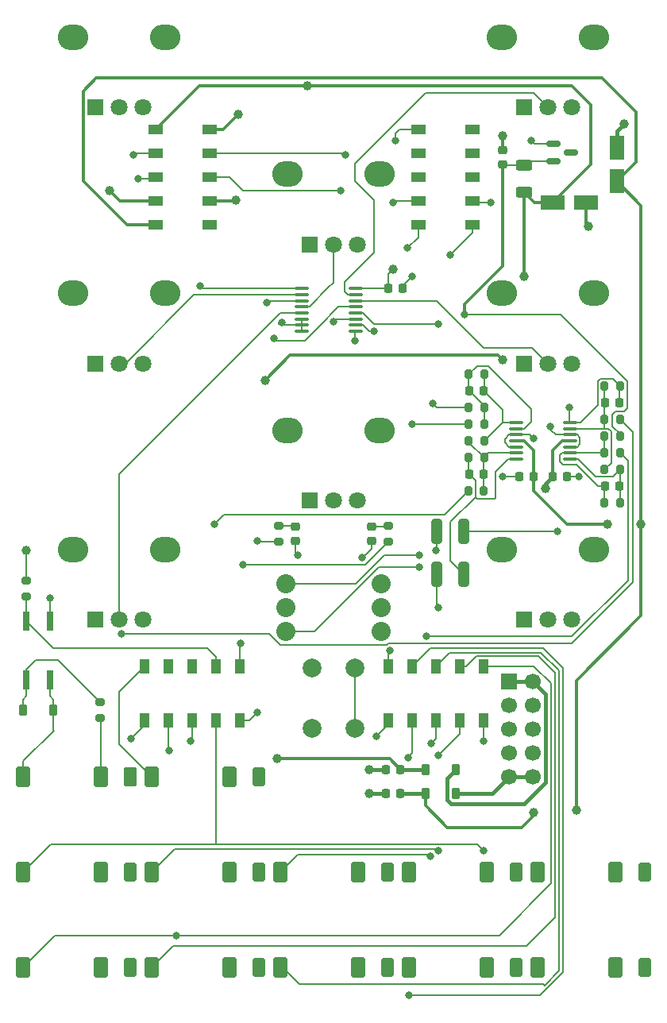
<source format=gbr>
%TF.GenerationSoftware,KiCad,Pcbnew,9.0.0*%
%TF.CreationDate,2025-03-18T19:24:18-04:00*%
%TF.ProjectId,200_Plattform,3230305f-506c-4617-9474-666f726d2e6b,A1*%
%TF.SameCoordinates,Original*%
%TF.FileFunction,Copper,L1,Top*%
%TF.FilePolarity,Positive*%
%FSLAX45Y45*%
G04 Gerber Fmt 4.5, Leading zero omitted, Abs format (unit mm)*
G04 Created by KiCad (PCBNEW 9.0.0) date 2025-03-18 19:24:18*
%MOMM*%
%LPD*%
G01*
G04 APERTURE LIST*
G04 Aperture macros list*
%AMRoundRect*
0 Rectangle with rounded corners*
0 $1 Rounding radius*
0 $2 $3 $4 $5 $6 $7 $8 $9 X,Y pos of 4 corners*
0 Add a 4 corners polygon primitive as box body*
4,1,4,$2,$3,$4,$5,$6,$7,$8,$9,$2,$3,0*
0 Add four circle primitives for the rounded corners*
1,1,$1+$1,$2,$3*
1,1,$1+$1,$4,$5*
1,1,$1+$1,$6,$7*
1,1,$1+$1,$8,$9*
0 Add four rect primitives between the rounded corners*
20,1,$1+$1,$2,$3,$4,$5,0*
20,1,$1+$1,$4,$5,$6,$7,0*
20,1,$1+$1,$6,$7,$8,$9,0*
20,1,$1+$1,$8,$9,$2,$3,0*%
G04 Aperture macros list end*
%TA.AperFunction,SMDPad,CuDef*%
%ADD10RoundRect,0.225000X-0.225000X-0.250000X0.225000X-0.250000X0.225000X0.250000X-0.225000X0.250000X0*%
%TD*%
%TA.AperFunction,SMDPad,CuDef*%
%ADD11RoundRect,0.200000X0.200000X0.275000X-0.200000X0.275000X-0.200000X-0.275000X0.200000X-0.275000X0*%
%TD*%
%TA.AperFunction,ComponentPad*%
%ADD12O,3.240000X2.720000*%
%TD*%
%TA.AperFunction,ComponentPad*%
%ADD13R,1.800000X1.800000*%
%TD*%
%TA.AperFunction,ComponentPad*%
%ADD14C,1.800000*%
%TD*%
%TA.AperFunction,SMDPad,CuDef*%
%ADD15RoundRect,0.200000X-0.200000X-0.275000X0.200000X-0.275000X0.200000X0.275000X-0.200000X0.275000X0*%
%TD*%
%TA.AperFunction,ComponentPad*%
%ADD16RoundRect,0.269231X0.430769X-0.730769X0.430769X0.730769X-0.430769X0.730769X-0.430769X-0.730769X0*%
%TD*%
%TA.AperFunction,ComponentPad*%
%ADD17RoundRect,0.176056X0.573944X-0.923944X0.573944X0.923944X-0.573944X0.923944X-0.573944X-0.923944X0*%
%TD*%
%TA.AperFunction,SMDPad,CuDef*%
%ADD18R,1.500000X1.000000*%
%TD*%
%TA.AperFunction,SMDPad,CuDef*%
%ADD19RoundRect,0.225000X0.225000X0.375000X-0.225000X0.375000X-0.225000X-0.375000X0.225000X-0.375000X0*%
%TD*%
%TA.AperFunction,SMDPad,CuDef*%
%ADD20RoundRect,0.225000X0.225000X0.250000X-0.225000X0.250000X-0.225000X-0.250000X0.225000X-0.250000X0*%
%TD*%
%TA.AperFunction,SMDPad,CuDef*%
%ADD21RoundRect,0.250000X0.312500X1.075000X-0.312500X1.075000X-0.312500X-1.075000X0.312500X-1.075000X0*%
%TD*%
%TA.AperFunction,SMDPad,CuDef*%
%ADD22RoundRect,0.150000X-0.587500X-0.150000X0.587500X-0.150000X0.587500X0.150000X-0.587500X0.150000X0*%
%TD*%
%TA.AperFunction,ComponentPad*%
%ADD23C,2.000000*%
%TD*%
%TA.AperFunction,SMDPad,CuDef*%
%ADD24R,1.000000X1.500000*%
%TD*%
%TA.AperFunction,SMDPad,CuDef*%
%ADD25RoundRect,0.218750X0.256250X-0.218750X0.256250X0.218750X-0.256250X0.218750X-0.256250X-0.218750X0*%
%TD*%
%TA.AperFunction,ComponentPad*%
%ADD26C,2.032000*%
%TD*%
%TA.AperFunction,SMDPad,CuDef*%
%ADD27RoundRect,0.225000X-0.225000X-0.375000X0.225000X-0.375000X0.225000X0.375000X-0.225000X0.375000X0*%
%TD*%
%TA.AperFunction,SMDPad,CuDef*%
%ADD28RoundRect,0.225000X0.250000X-0.225000X0.250000X0.225000X-0.250000X0.225000X-0.250000X-0.225000X0*%
%TD*%
%TA.AperFunction,SMDPad,CuDef*%
%ADD29R,0.640000X2.000000*%
%TD*%
%TA.AperFunction,ComponentPad*%
%ADD30RoundRect,0.191257X0.508743X-0.808743X0.508743X0.808743X-0.508743X0.808743X-0.508743X-0.808743X0*%
%TD*%
%TA.AperFunction,SMDPad,CuDef*%
%ADD31RoundRect,0.200000X-0.275000X0.200000X-0.275000X-0.200000X0.275000X-0.200000X0.275000X0.200000X0*%
%TD*%
%TA.AperFunction,SMDPad,CuDef*%
%ADD32RoundRect,0.250000X0.550000X-1.050000X0.550000X1.050000X-0.550000X1.050000X-0.550000X-1.050000X0*%
%TD*%
%TA.AperFunction,SMDPad,CuDef*%
%ADD33RoundRect,0.250000X1.050000X0.550000X-1.050000X0.550000X-1.050000X-0.550000X1.050000X-0.550000X0*%
%TD*%
%TA.AperFunction,SMDPad,CuDef*%
%ADD34RoundRect,0.100000X-0.637500X-0.100000X0.637500X-0.100000X0.637500X0.100000X-0.637500X0.100000X0*%
%TD*%
%TA.AperFunction,SMDPad,CuDef*%
%ADD35RoundRect,0.200000X0.275000X-0.200000X0.275000X0.200000X-0.275000X0.200000X-0.275000X-0.200000X0*%
%TD*%
%TA.AperFunction,SMDPad,CuDef*%
%ADD36RoundRect,0.250000X-0.625000X0.312500X-0.625000X-0.312500X0.625000X-0.312500X0.625000X0.312500X0*%
%TD*%
%TA.AperFunction,ComponentPad*%
%ADD37R,1.700000X1.700000*%
%TD*%
%TA.AperFunction,ComponentPad*%
%ADD38C,1.700000*%
%TD*%
%TA.AperFunction,ViaPad*%
%ADD39C,0.800000*%
%TD*%
%TA.AperFunction,ViaPad*%
%ADD40C,1.000000*%
%TD*%
%TA.AperFunction,Conductor*%
%ADD41C,0.200000*%
%TD*%
%TA.AperFunction,Conductor*%
%ADD42C,0.400000*%
%TD*%
%TA.AperFunction,Conductor*%
%ADD43C,0.203200*%
%TD*%
%TA.AperFunction,Conductor*%
%ADD44C,0.300000*%
%TD*%
G04 APERTURE END LIST*
D10*
%TO.P,C4,1*%
%TO.N,Net-(U2D--)*%
X10742900Y-7899400D03*
%TO.P,C4,2*%
%TO.N,analog_out_2*%
X10897900Y-7899400D03*
%TD*%
D11*
%TO.P,R11,1*%
%TO.N,-5V*%
X10902900Y-8255000D03*
%TO.P,R11,2*%
%TO.N,Net-(U2C--)*%
X10737900Y-8255000D03*
%TD*%
%TO.P,R14,1*%
%TO.N,Net-(C3-Pad2)*%
X10902900Y-8610600D03*
%TO.P,R14,2*%
%TO.N,Net-(U2D--)*%
X10737900Y-8610600D03*
%TD*%
D12*
%TO.P,RV5,*%
%TO.N,*%
X7358600Y-8190800D03*
X8338600Y-8190800D03*
D13*
%TO.P,RV5,1,1*%
%TO.N,GND*%
X7598600Y-8940800D03*
D14*
%TO.P,RV5,2,2*%
%TO.N,pot_5*%
X7848600Y-8940800D03*
%TO.P,RV5,3,3*%
%TO.N,+3.3V*%
X8098600Y-8940800D03*
%TD*%
D15*
%TO.P,R7,1*%
%TO.N,Net-(U2A--)*%
X9290100Y-7594600D03*
%TO.P,R7,2*%
%TO.N,Net-(C1-Pad2)*%
X9455100Y-7594600D03*
%TD*%
D16*
%TO.P,J7,S*%
%TO.N,GND*%
X8420100Y-13919200D03*
D17*
%TO.P,J7,T*%
%TO.N,in_7*%
X7280100Y-13919200D03*
%TO.P,J7,TN*%
%TO.N,unconnected-(J7-PadTN)*%
X8110100Y-13919200D03*
%TD*%
D18*
%TO.P,J13,1,X1*%
%TO.N,-12V*%
X5950800Y-4990200D03*
%TO.P,J13,2,X2*%
%TO.N,POT_MUX_ADC_X*%
X5950800Y-5244200D03*
%TO.P,J13,3,X3*%
%TO.N,POT_MUX_ADC_Y*%
X5950800Y-5498200D03*
%TO.P,J13,4,X4*%
%TO.N,GND*%
X5950800Y-5752200D03*
%TO.P,J13,5,X5*%
%TO.N,+12V*%
X5950800Y-6006200D03*
%TO.P,J13,6,X6*%
%TO.N,unconnected-(J13-X6-Pad6)*%
X6530800Y-6006200D03*
%TO.P,J13,7,X7*%
%TO.N,GND*%
X6530800Y-5752200D03*
%TO.P,J13,8,X8*%
%TO.N,POT_MUX_B*%
X6530800Y-5498200D03*
%TO.P,J13,9,X9*%
%TO.N,POT_MUX_A*%
X6530800Y-5244200D03*
%TO.P,J13,10,X10*%
%TO.N,+3.3V*%
X6530800Y-4990200D03*
%TD*%
D15*
%TO.P,R12,1*%
%TO.N,Net-(U2C--)*%
X10737900Y-8432800D03*
%TO.P,R12,2*%
%TO.N,CV_OUT_2*%
X10902900Y-8432800D03*
%TD*%
D16*
%TO.P,J3,S*%
%TO.N,GND*%
X8420100Y-12903200D03*
D17*
%TO.P,J3,T*%
%TO.N,in_3*%
X7280100Y-12903200D03*
%TO.P,J3,TN*%
%TO.N,unconnected-(J3-PadTN)*%
X8110100Y-12903200D03*
%TD*%
D16*
%TO.P,J8,S*%
%TO.N,GND*%
X9791700Y-13919200D03*
D17*
%TO.P,J8,T*%
%TO.N,in_8*%
X8651700Y-13919200D03*
%TO.P,J8,TN*%
%TO.N,unconnected-(J8-PadTN)*%
X9481700Y-13919200D03*
%TD*%
D19*
%TO.P,D5,1,K*%
%TO.N,Net-(D5-K)*%
X9156600Y-11811000D03*
%TO.P,D5,2,A*%
%TO.N,-12V*%
X8826600Y-11811000D03*
%TD*%
D20*
%TO.P,C9,1*%
%TO.N,+12V*%
X8561100Y-12065000D03*
%TO.P,C9,2*%
%TO.N,GND*%
X8406100Y-12065000D03*
%TD*%
D21*
%TO.P,R3,1*%
%TO.N,analog_out_1*%
X9239450Y-9728200D03*
%TO.P,R3,2*%
%TO.N,Net-(J11-PadT)*%
X8946950Y-9728200D03*
%TD*%
D20*
%TO.P,C6,1*%
%TO.N,GND*%
X10339100Y-8686800D03*
%TO.P,C6,2*%
%TO.N,-12V*%
X10184100Y-8686800D03*
%TD*%
D12*
%TO.P,RV8,*%
%TO.N,*%
X9644600Y-9460800D03*
X10624600Y-9460800D03*
D13*
%TO.P,RV8,1,1*%
%TO.N,GND*%
X9884600Y-10210800D03*
D14*
%TO.P,RV8,2,2*%
%TO.N,pot_8*%
X10134600Y-10210800D03*
%TO.P,RV8,3,3*%
%TO.N,+3.3V*%
X10384600Y-10210800D03*
%TD*%
D22*
%TO.P,U3,1,K*%
%TO.N,GND*%
X10193250Y-5137400D03*
%TO.P,U3,2,A*%
%TO.N,-5V*%
X10193250Y-5327400D03*
%TO.P,U3,3,NC*%
%TO.N,unconnected-(U3-NC-Pad3)*%
X10380750Y-5232400D03*
%TD*%
D23*
%TO.P,SW1,1,1*%
%TO.N,GND*%
X7623600Y-11374000D03*
%TO.P,SW1,2,2*%
X7623600Y-10724000D03*
%TO.P,SW1,3,K*%
%TO.N,TACTILE_SW*%
X8073600Y-11374000D03*
%TO.P,SW1,4,A*%
X8073600Y-10724000D03*
%TD*%
D24*
%TO.P,J15,1,X1*%
%TO.N,CV_OUT_2*%
X8432800Y-11288200D03*
%TO.P,J15,2,X2*%
%TO.N,in_4*%
X8686800Y-11288200D03*
%TO.P,J15,3,X3*%
%TO.N,in_3*%
X8940800Y-11288200D03*
%TO.P,J15,4,X4*%
%TO.N,in_2*%
X9194800Y-11288200D03*
%TO.P,J15,5,X5*%
%TO.N,in_1*%
X9448800Y-11288200D03*
%TO.P,J15,6,X6*%
%TO.N,in_5*%
X9448800Y-10708200D03*
%TO.P,J15,7,X7*%
%TO.N,in_6*%
X9194800Y-10708200D03*
%TO.P,J15,8,X8*%
%TO.N,in_7*%
X8940800Y-10708200D03*
%TO.P,J15,9,X9*%
%TO.N,in_8*%
X8686800Y-10708200D03*
%TO.P,J15,10,X10*%
%TO.N,CV_OUT_1*%
X8432800Y-10708200D03*
%TD*%
D25*
%TO.P,D3,1,K*%
%TO.N,GND*%
X8255000Y-9375150D03*
%TO.P,D3,2,A*%
%TO.N,Net-(D3-A)*%
X8255000Y-9217650D03*
%TD*%
D26*
%TO.P,SW3,1,A*%
%TO.N,TOGGLE2_1*%
X8356600Y-9829800D03*
%TO.P,SW3,2,B*%
%TO.N,GND*%
X8356600Y-10083800D03*
%TO.P,SW3,3,C*%
%TO.N,TOGGLE2_3*%
X8356600Y-10337800D03*
%TD*%
D11*
%TO.P,R8,1*%
%TO.N,Net-(C1-Pad2)*%
X9455100Y-8305800D03*
%TO.P,R8,2*%
%TO.N,Net-(U2B--)*%
X9290100Y-8305800D03*
%TD*%
D12*
%TO.P,RV1,*%
%TO.N,*%
X5072600Y-3999800D03*
X6052600Y-3999800D03*
D13*
%TO.P,RV1,1,1*%
%TO.N,GND*%
X5312600Y-4749800D03*
D14*
%TO.P,RV1,2,2*%
%TO.N,pot_1*%
X5562600Y-4749800D03*
%TO.P,RV1,3,3*%
%TO.N,+3.3V*%
X5812600Y-4749800D03*
%TD*%
D16*
%TO.P,J5,S*%
%TO.N,GND*%
X5676900Y-13919200D03*
D17*
%TO.P,J5,T*%
%TO.N,in_5*%
X4536900Y-13919200D03*
%TO.P,J5,TN*%
%TO.N,unconnected-(J5-PadTN)*%
X5366900Y-13919200D03*
%TD*%
D20*
%TO.P,C2,1*%
%TO.N,Net-(U2B--)*%
X9450100Y-8661400D03*
%TO.P,C2,2*%
%TO.N,analog_out_1*%
X9295100Y-8661400D03*
%TD*%
D27*
%TO.P,D4,1,K*%
%TO.N,+12V*%
X8826600Y-12065000D03*
%TO.P,D4,2,A*%
%TO.N,Net-(D4-A)*%
X9156600Y-12065000D03*
%TD*%
D11*
%TO.P,R10,1*%
%TO.N,Net-(U2B--)*%
X9455100Y-8483600D03*
%TO.P,R10,2*%
%TO.N,analog_out_1*%
X9290100Y-8483600D03*
%TD*%
D28*
%TO.P,C11,1*%
%TO.N,-5V*%
X9652000Y-5362000D03*
%TO.P,C11,2*%
%TO.N,GND*%
X9652000Y-5207000D03*
%TD*%
D29*
%TO.P,U1,1*%
%TO.N,Net-(D1-K)*%
X4572000Y-10856000D03*
%TO.P,U1,2*%
%TO.N,/Jacks/MIDI_SINK*%
X4826000Y-10856000D03*
%TO.P,U1,3*%
%TO.N,GND*%
X4826000Y-10226000D03*
%TO.P,U1,4*%
%TO.N,MIDI_UART_RX*%
X4572000Y-10226000D03*
%TD*%
D16*
%TO.P,J9,S*%
%TO.N,GND*%
X7048497Y-11887200D03*
D17*
%TO.P,J9,T*%
%TO.N,GATE_IN*%
X5908497Y-11887200D03*
%TO.P,J9,TN*%
%TO.N,unconnected-(J9-PadTN)*%
X6738497Y-11887200D03*
%TD*%
D15*
%TO.P,R5,1*%
%TO.N,-5V*%
X9290100Y-7950200D03*
%TO.P,R5,2*%
%TO.N,Net-(U2A--)*%
X9455100Y-7950200D03*
%TD*%
D17*
%TO.P,J10,R*%
%TO.N,/Jacks/MIDI_SOURCE*%
X5366900Y-11887200D03*
D30*
%TO.P,J10,S*%
%TO.N,unconnected-(J10-PadS)*%
X5676900Y-11887200D03*
D17*
%TO.P,J10,T*%
%TO.N,/Jacks/MIDI_SINK*%
X4536900Y-11887200D03*
%TD*%
D15*
%TO.P,R16,1*%
%TO.N,Net-(U2D--)*%
X10737900Y-7721600D03*
%TO.P,R16,2*%
%TO.N,analog_out_2*%
X10902900Y-7721600D03*
%TD*%
D18*
%TO.P,J16,1,X1*%
%TO.N,TACTILE_SW*%
X8750800Y-4990200D03*
%TO.P,J16,2,X2*%
%TO.N,unconnected-(J16-X2-Pad2)*%
X8750800Y-5244200D03*
%TO.P,J16,3,X3*%
%TO.N,unconnected-(J16-X3-Pad3)*%
X8750800Y-5498200D03*
%TO.P,J16,4,X4*%
%TO.N,TOGGLE2_1*%
X8750800Y-5752200D03*
%TO.P,J16,5,X5*%
%TO.N,TOGGLE2_3*%
X8750800Y-6006200D03*
%TO.P,J16,6,X6*%
%TO.N,TOGGLE1_1*%
X9330800Y-6006200D03*
%TO.P,J16,7,X7*%
%TO.N,TOGGLE1_3*%
X9330800Y-5752200D03*
%TO.P,J16,8,X8*%
%TO.N,unconnected-(J16-X8-Pad8)*%
X9330800Y-5498200D03*
%TO.P,J16,9,X9*%
%TO.N,unconnected-(J16-X9-Pad9)*%
X9330800Y-5244200D03*
%TO.P,J16,10,X10*%
%TO.N,unconnected-(J16-X10-Pad10)*%
X9330800Y-4990200D03*
%TD*%
D10*
%TO.P,C10,1*%
%TO.N,GND*%
X8407400Y-11811000D03*
%TO.P,C10,2*%
%TO.N,-12V*%
X8562400Y-11811000D03*
%TD*%
D15*
%TO.P,R13,1*%
%TO.N,Net-(U2C--)*%
X10737900Y-8966200D03*
%TO.P,R13,2*%
%TO.N,Net-(C3-Pad2)*%
X10902900Y-8966200D03*
%TD*%
D11*
%TO.P,R15,1*%
%TO.N,AUDIO_RIGHT*%
X10902900Y-8077200D03*
%TO.P,R15,2*%
%TO.N,Net-(U2D--)*%
X10737900Y-8077200D03*
%TD*%
D31*
%TO.P,R17,1*%
%TO.N,Net-(D2-A)*%
X7264400Y-9213900D03*
%TO.P,R17,2*%
%TO.N,LED_LEFT*%
X7264400Y-9378900D03*
%TD*%
D21*
%TO.P,R4,1*%
%TO.N,analog_out_2*%
X9239450Y-9271000D03*
%TO.P,R4,2*%
%TO.N,Net-(J12-PadT)*%
X8946950Y-9271000D03*
%TD*%
D32*
%TO.P,C7,1*%
%TO.N,+12V*%
X10871200Y-5539400D03*
%TO.P,C7,2*%
%TO.N,GND*%
X10871200Y-5179400D03*
%TD*%
D16*
%TO.P,J1,S*%
%TO.N,GND*%
X5676900Y-12903200D03*
D17*
%TO.P,J1,T*%
%TO.N,in_1*%
X4536900Y-12903200D03*
%TO.P,J1,TN*%
%TO.N,unconnected-(J1-PadTN)*%
X5366900Y-12903200D03*
%TD*%
D12*
%TO.P,RV6,*%
%TO.N,*%
X9644600Y-3999800D03*
X10624600Y-3999800D03*
D13*
%TO.P,RV6,1,1*%
%TO.N,GND*%
X9884600Y-4749800D03*
D14*
%TO.P,RV6,2,2*%
%TO.N,pot_6*%
X10134600Y-4749800D03*
%TO.P,RV6,3,3*%
%TO.N,+3.3V*%
X10384600Y-4749800D03*
%TD*%
D33*
%TO.P,C8,1*%
%TO.N,GND*%
X10543200Y-5765800D03*
%TO.P,C8,2*%
%TO.N,-12V*%
X10183200Y-5765800D03*
%TD*%
D16*
%TO.P,J6,S*%
%TO.N,GND*%
X7048500Y-13919200D03*
D17*
%TO.P,J6,T*%
%TO.N,in_6*%
X5908500Y-13919200D03*
%TO.P,J6,TN*%
%TO.N,unconnected-(J6-PadTN)*%
X6738500Y-13919200D03*
%TD*%
D34*
%TO.P,U4,1,Y0*%
%TO.N,pot_1*%
X7511550Y-6681300D03*
%TO.P,U4,2,Y2*%
%TO.N,pot_2*%
X7511550Y-6746300D03*
%TO.P,U4,3,Y*%
%TO.N,POT_MUX_ADC_Y*%
X7511550Y-6811300D03*
%TO.P,U4,4,Y3*%
%TO.N,pot_4*%
X7511550Y-6876300D03*
%TO.P,U4,5,Y1*%
%TO.N,pot_3*%
X7511550Y-6941300D03*
%TO.P,U4,6,INH*%
%TO.N,GND*%
X7511550Y-7006300D03*
%TO.P,U4,7,VEE*%
X7511550Y-7071300D03*
%TO.P,U4,8,VSS*%
X7511550Y-7136300D03*
%TO.P,U4,9,B*%
%TO.N,POT_MUX_B*%
X8084050Y-7136300D03*
%TO.P,U4,10,A*%
%TO.N,POT_MUX_A*%
X8084050Y-7071300D03*
%TO.P,U4,11,X3*%
%TO.N,pot_5*%
X8084050Y-7006300D03*
%TO.P,U4,12,X0*%
%TO.N,pot_8*%
X8084050Y-6941300D03*
%TO.P,U4,13,X*%
%TO.N,POT_MUX_ADC_X*%
X8084050Y-6876300D03*
%TO.P,U4,14,X1*%
%TO.N,pot_7*%
X8084050Y-6811300D03*
%TO.P,U4,15,X2*%
%TO.N,pot_6*%
X8084050Y-6746300D03*
%TO.P,U4,16,VDD*%
%TO.N,+3.3V*%
X8084050Y-6681300D03*
%TD*%
D11*
%TO.P,R6,1*%
%TO.N,Net-(U2A--)*%
X9455100Y-8128000D03*
%TO.P,R6,2*%
%TO.N,CV_OUT_1*%
X9290100Y-8128000D03*
%TD*%
D10*
%TO.P,C1,1*%
%TO.N,Net-(U2A--)*%
X9295100Y-7772400D03*
%TO.P,C1,2*%
%TO.N,Net-(C1-Pad2)*%
X9450100Y-7772400D03*
%TD*%
%TO.P,C3,1*%
%TO.N,Net-(U2C--)*%
X10742900Y-8788400D03*
%TO.P,C3,2*%
%TO.N,Net-(C3-Pad2)*%
X10897900Y-8788400D03*
%TD*%
D12*
%TO.P,RV3,*%
%TO.N,*%
X5072600Y-9460800D03*
X6052600Y-9460800D03*
D13*
%TO.P,RV3,1,1*%
%TO.N,GND*%
X5312600Y-10210800D03*
D14*
%TO.P,RV3,2,2*%
%TO.N,pot_3*%
X5562600Y-10210800D03*
%TO.P,RV3,3,3*%
%TO.N,+3.3V*%
X5812600Y-10210800D03*
%TD*%
D24*
%TO.P,J14,1,X1*%
%TO.N,AUDIO_RIGHT*%
X5832800Y-11288200D03*
%TO.P,J14,2,X2*%
%TO.N,AUDIO_LEFT*%
X6086800Y-11288200D03*
%TO.P,J14,3,X3*%
%TO.N,in_5*%
X6340800Y-11288200D03*
%TO.P,J14,4,X4*%
%TO.N,in_1*%
X6594800Y-11288200D03*
%TO.P,J14,5,X5*%
%TO.N,LED_LEFT*%
X6848800Y-11288200D03*
%TO.P,J14,6,X6*%
%TO.N,LED_RIGHT*%
X6848800Y-10708200D03*
%TO.P,J14,7,X7*%
%TO.N,MIDI_UART_RX*%
X6594800Y-10708200D03*
%TO.P,J14,8,X8*%
%TO.N,unconnected-(J14-X8-Pad8)*%
X6340800Y-10708200D03*
%TO.P,J14,9,X9*%
%TO.N,unconnected-(J14-X9-Pad9)*%
X6086800Y-10708200D03*
%TO.P,J14,10,X10*%
%TO.N,GATE_IN*%
X5832800Y-10708200D03*
%TD*%
D16*
%TO.P,J12,S*%
%TO.N,GND*%
X11163300Y-13919200D03*
D17*
%TO.P,J12,T*%
%TO.N,Net-(J12-PadT)*%
X10023300Y-13919200D03*
%TO.P,J12,TN*%
%TO.N,unconnected-(J12-PadTN)*%
X10853300Y-13919200D03*
%TD*%
D31*
%TO.P,R18,1*%
%TO.N,Net-(D3-A)*%
X8432800Y-9213900D03*
%TO.P,R18,2*%
%TO.N,LED_RIGHT*%
X8432800Y-9378900D03*
%TD*%
D26*
%TO.P,SW2,1,A*%
%TO.N,TOGGLE1_1*%
X7340600Y-9829800D03*
%TO.P,SW2,2,B*%
%TO.N,GND*%
X7340600Y-10083800D03*
%TO.P,SW2,3,C*%
%TO.N,TOGGLE1_3*%
X7340600Y-10337800D03*
%TD*%
D35*
%TO.P,R2,1*%
%TO.N,MIDI_UART_RX*%
X4572000Y-9963100D03*
%TO.P,R2,2*%
%TO.N,+3.3V*%
X4572000Y-9798100D03*
%TD*%
D12*
%TO.P,RV4,*%
%TO.N,*%
X7358600Y-5460300D03*
X8338600Y-5460300D03*
D13*
%TO.P,RV4,1,1*%
%TO.N,GND*%
X7598600Y-6210300D03*
D14*
%TO.P,RV4,2,2*%
%TO.N,pot_4*%
X7848600Y-6210300D03*
%TO.P,RV4,3,3*%
%TO.N,+3.3V*%
X8098600Y-6210300D03*
%TD*%
D34*
%TO.P,U2,1*%
%TO.N,Net-(C1-Pad2)*%
X9797550Y-8110800D03*
%TO.P,U2,2,-*%
%TO.N,Net-(U2A--)*%
X9797550Y-8175800D03*
%TO.P,U2,3,+*%
%TO.N,GND*%
X9797550Y-8240800D03*
%TO.P,U2,4,V+*%
%TO.N,+12V*%
X9797550Y-8305800D03*
%TO.P,U2,5,+*%
%TO.N,GND*%
X9797550Y-8370800D03*
%TO.P,U2,6,-*%
%TO.N,Net-(U2B--)*%
X9797550Y-8435800D03*
%TO.P,U2,7*%
%TO.N,analog_out_1*%
X9797550Y-8500800D03*
%TO.P,U2,8*%
%TO.N,Net-(C3-Pad2)*%
X10370050Y-8500800D03*
%TO.P,U2,9,-*%
%TO.N,Net-(U2C--)*%
X10370050Y-8435800D03*
%TO.P,U2,10,+*%
%TO.N,GND*%
X10370050Y-8370800D03*
%TO.P,U2,11,V-*%
%TO.N,-12V*%
X10370050Y-8305800D03*
%TO.P,U2,12,+*%
%TO.N,GND*%
X10370050Y-8240800D03*
%TO.P,U2,13,-*%
%TO.N,Net-(U2D--)*%
X10370050Y-8175800D03*
%TO.P,U2,14*%
%TO.N,analog_out_2*%
X10370050Y-8110800D03*
%TD*%
D16*
%TO.P,J2,S*%
%TO.N,GND*%
X7048500Y-12903200D03*
D17*
%TO.P,J2,T*%
%TO.N,in_2*%
X5908500Y-12903200D03*
%TO.P,J2,TN*%
%TO.N,unconnected-(J2-PadTN)*%
X6738500Y-12903200D03*
%TD*%
D16*
%TO.P,J11,S*%
%TO.N,GND*%
X11163300Y-12903200D03*
D17*
%TO.P,J11,T*%
%TO.N,Net-(J11-PadT)*%
X10023300Y-12903200D03*
%TO.P,J11,TN*%
%TO.N,unconnected-(J11-PadTN)*%
X10853300Y-12903200D03*
%TD*%
D10*
%TO.P,C12,1*%
%TO.N,+3.3V*%
X8431500Y-6680200D03*
%TO.P,C12,2*%
%TO.N,GND*%
X8586500Y-6680200D03*
%TD*%
D15*
%TO.P,R9,1*%
%TO.N,AUDIO_LEFT*%
X9283800Y-8839200D03*
%TO.P,R9,2*%
%TO.N,Net-(U2B--)*%
X9448800Y-8839200D03*
%TD*%
D12*
%TO.P,RV2,*%
%TO.N,*%
X5072600Y-6730300D03*
X6052600Y-6730300D03*
D13*
%TO.P,RV2,1,1*%
%TO.N,GND*%
X5312600Y-7480300D03*
D14*
%TO.P,RV2,2,2*%
%TO.N,pot_2*%
X5562600Y-7480300D03*
%TO.P,RV2,3,3*%
%TO.N,+3.3V*%
X5812600Y-7480300D03*
%TD*%
D20*
%TO.P,C5,1*%
%TO.N,+12V*%
X9984800Y-8686800D03*
%TO.P,C5,2*%
%TO.N,GND*%
X9829800Y-8686800D03*
%TD*%
D36*
%TO.P,R19,1*%
%TO.N,-5V*%
X9880600Y-5365550D03*
%TO.P,R19,2*%
%TO.N,-12V*%
X9880600Y-5658050D03*
%TD*%
D27*
%TO.P,D1,1,K*%
%TO.N,Net-(D1-K)*%
X4534000Y-11176000D03*
%TO.P,D1,2,A*%
%TO.N,/Jacks/MIDI_SINK*%
X4864000Y-11176000D03*
%TD*%
D25*
%TO.P,D2,1,K*%
%TO.N,GND*%
X7442200Y-9375150D03*
%TO.P,D2,2,A*%
%TO.N,Net-(D2-A)*%
X7442200Y-9217650D03*
%TD*%
D35*
%TO.P,R1,1*%
%TO.N,/Jacks/MIDI_SOURCE*%
X5359400Y-11258500D03*
%TO.P,R1,2*%
%TO.N,Net-(D1-K)*%
X5359400Y-11093500D03*
%TD*%
D37*
%TO.P,J17,1,-12V*%
%TO.N,Net-(D5-K)*%
X9718800Y-10873200D03*
D38*
%TO.P,J17,2,-12V*%
X9972800Y-10873200D03*
%TO.P,J17,3,gnd*%
%TO.N,GND*%
X9718800Y-11127200D03*
%TO.P,J17,4,gnd*%
X9972800Y-11127200D03*
%TO.P,J17,5,gnd*%
X9718800Y-11381200D03*
%TO.P,J17,6,gnd*%
X9972800Y-11381200D03*
%TO.P,J17,7,gnd*%
X9718800Y-11635200D03*
%TO.P,J17,8,gnd*%
X9972800Y-11635200D03*
%TO.P,J17,9,+12V*%
%TO.N,Net-(D4-A)*%
X9718800Y-11889200D03*
%TO.P,J17,10,+12V*%
X9972800Y-11889200D03*
%TD*%
D12*
%TO.P,RV7,*%
%TO.N,*%
X9644600Y-6730300D03*
X10624600Y-6730300D03*
D13*
%TO.P,RV7,1,1*%
%TO.N,GND*%
X9884600Y-7480300D03*
D14*
%TO.P,RV7,2,2*%
%TO.N,pot_7*%
X10134600Y-7480300D03*
%TO.P,RV7,3,3*%
%TO.N,+3.3V*%
X10384600Y-7480300D03*
%TD*%
D16*
%TO.P,J4,S*%
%TO.N,GND*%
X9791700Y-12903200D03*
D17*
%TO.P,J4,T*%
%TO.N,in_4*%
X8651700Y-12903200D03*
%TO.P,J4,TN*%
%TO.N,unconnected-(J4-PadTN)*%
X9481700Y-12903200D03*
%TD*%
D39*
%TO.N,POT_MUX_ADC_Y*%
X5765800Y-5511800D03*
X7137400Y-6832600D03*
%TO.N,POT_MUX_A*%
X8280400Y-7137400D03*
X7975600Y-5257800D03*
%TO.N,POT_MUX_ADC_X*%
X7213600Y-7213600D03*
X5714997Y-5257797D03*
%TO.N,POT_MUX_B*%
X8077200Y-7239000D03*
X7922460Y-5636460D03*
%TO.N,LED_RIGHT*%
X6858000Y-10464800D03*
X6883400Y-9626600D03*
%TO.N,AUDIO_RIGHT*%
X5689600Y-11480800D03*
X5588000Y-10363200D03*
%TO.N,AUDIO_LEFT*%
X6578600Y-9194800D03*
X6096000Y-11607800D03*
%TO.N,LED_LEFT*%
X7035800Y-11201400D03*
X7035800Y-9372600D03*
%TO.N,CV_OUT_2*%
X8305800Y-11455403D03*
X8838011Y-10389789D03*
%TO.N,TOGGLE2_1*%
X8483600Y-5765800D03*
%TO.N,TOGGLE1_1*%
X8763000Y-9525000D03*
X9093200Y-6324600D03*
%TO.N,TOGGLE2_3*%
X8635999Y-6248401D03*
%TO.N,analog_out_2*%
X10236200Y-9271000D03*
X10363200Y-7950200D03*
D40*
%TO.N,+12V*%
X10769600Y-9194800D03*
X10439400Y-12242800D03*
X11127240Y-9194800D03*
X9982200Y-12268200D03*
D39*
%TO.N,GND*%
X10160000Y-8153400D03*
X9652000Y-8686800D03*
X7298711Y-7047089D03*
D40*
X10566400Y-6019800D03*
X10947400Y-4927600D03*
X9652000Y-5054600D03*
D39*
X10464800Y-8686800D03*
X8153400Y-9550400D03*
X9956800Y-5105400D03*
D40*
X5461000Y-5638800D03*
X6807200Y-5740400D03*
X8229600Y-12065000D03*
D39*
X4826000Y-9982200D03*
X7467600Y-9525000D03*
D40*
X8229499Y-11813500D03*
D39*
X8686800Y-6553200D03*
X9982200Y-8280400D03*
D40*
%TO.N,-12V*%
X9880600Y-6553200D03*
X7569200Y-4521200D03*
X10109200Y-8813800D03*
X7120200Y-7657600D03*
X9652000Y-7442194D03*
X7250200Y-11694600D03*
%TO.N,+3.3V*%
X6832600Y-4826000D03*
X8483600Y-6477000D03*
X4572000Y-9474200D03*
D39*
%TO.N,-5V*%
X9245600Y-6959599D03*
X8909360Y-7911028D03*
%TO.N,TOGGLE1_3*%
X8763000Y-9652000D03*
X9525000Y-5765800D03*
%TO.N,in_1*%
X9448800Y-11506200D03*
X9448800Y-12674600D03*
%TO.N,in_5*%
X6172200Y-13576300D03*
X6324600Y-11506200D03*
%TO.N,in_2*%
X8966198Y-12674600D03*
X8966200Y-11658600D03*
%TO.N,TACTILE_SW*%
X8509000Y-5105400D03*
%TO.N,in_3*%
X8878501Y-12733066D03*
X8890000Y-11531600D03*
%TO.N,in_4*%
X8640614Y-11679386D03*
%TO.N,in_8*%
X8648700Y-14211300D03*
%TO.N,CV_OUT_1*%
X8686800Y-8128000D03*
X8452770Y-10541285D03*
%TO.N,pot_1*%
X6426200Y-6654800D03*
%TO.N,pot_5*%
X7845233Y-7032433D03*
%TO.N,pot_8*%
X8966200Y-7061200D03*
%TO.N,Net-(J11-PadT)*%
X8966200Y-10083800D03*
%TO.N,Net-(J12-PadT)*%
X8940800Y-9474200D03*
%TD*%
D41*
%TO.N,/Jacks/MIDI_SINK*%
X4864000Y-11061600D02*
X4864000Y-11176000D01*
X4864000Y-11176000D02*
X4864000Y-11391800D01*
X4826000Y-11023600D02*
X4864000Y-11061600D01*
X4864100Y-11391900D02*
X4536900Y-11719100D01*
X4536900Y-11719100D02*
X4536900Y-11887200D01*
X4864000Y-11391800D02*
X4864100Y-11391900D01*
X4826000Y-10856000D02*
X4826000Y-11023600D01*
D42*
%TO.N,Net-(D4-A)*%
X9718800Y-11889200D02*
X9972800Y-11889200D01*
X9543000Y-12065000D02*
X9718800Y-11889200D01*
X9156600Y-12065000D02*
X9543000Y-12065000D01*
D43*
%TO.N,/Jacks/MIDI_SOURCE*%
X5359400Y-11904800D02*
X5367200Y-11912600D01*
X5365150Y-11264250D02*
X5359400Y-11258500D01*
D41*
X5366900Y-11266000D02*
X5359400Y-11258500D01*
X5366900Y-11887200D02*
X5366900Y-11266000D01*
%TO.N,POT_MUX_ADC_Y*%
X5937200Y-5511800D02*
X5950800Y-5498200D01*
D43*
X7511550Y-6811300D02*
X7158700Y-6811300D01*
D41*
X5765800Y-5511800D02*
X5937200Y-5511800D01*
D43*
X7158700Y-6811300D02*
X7137400Y-6832600D01*
%TO.N,POT_MUX_A*%
X8084050Y-7071300D02*
X8164014Y-7071300D01*
D41*
X6530800Y-5244200D02*
X7962000Y-5244200D01*
D43*
X8230114Y-7137400D02*
X8280400Y-7137400D01*
X7975600Y-5257800D02*
X7975600Y-5257800D01*
D41*
X7962000Y-5244200D02*
X7975600Y-5257800D01*
D43*
X8164014Y-7071300D02*
X8230114Y-7137400D01*
%TO.N,POT_MUX_ADC_X*%
X7539672Y-7239000D02*
X7239000Y-7239000D01*
D41*
X5950800Y-5244200D02*
X5728594Y-5244200D01*
D43*
X7239000Y-7239000D02*
X7213600Y-7213600D01*
X7696200Y-7082472D02*
X7539672Y-7239000D01*
D41*
X7902372Y-6876300D02*
X7696200Y-7082472D01*
X5728594Y-5244200D02*
X5714997Y-5257797D01*
X8084050Y-6876300D02*
X7902372Y-6876300D01*
%TO.N,POT_MUX_B*%
X6742800Y-5498200D02*
X6530800Y-5498200D01*
D43*
X6881060Y-5636460D02*
X7922460Y-5636460D01*
X8077200Y-7143150D02*
X8084050Y-7136300D01*
X8077200Y-7239000D02*
X8077200Y-7143150D01*
D41*
X6881060Y-5636460D02*
X6742800Y-5498200D01*
X7924800Y-5638800D02*
X7922460Y-5636460D01*
D43*
%TO.N,LED_RIGHT*%
X8185100Y-9626600D02*
X6883400Y-9626600D01*
X8432800Y-9378900D02*
X8185100Y-9626600D01*
X6848800Y-10708200D02*
X6848800Y-10474000D01*
X6848800Y-10474000D02*
X6858000Y-10464800D01*
%TO.N,AUDIO_RIGHT*%
X7165521Y-10363200D02*
X5588000Y-10363200D01*
X5689600Y-11480800D02*
X5832800Y-11337600D01*
X10385837Y-10464800D02*
X8430079Y-10464800D01*
X11037080Y-8211380D02*
X11037080Y-9813557D01*
X5832800Y-11337600D02*
X5832800Y-11288200D01*
X10902900Y-8077200D02*
X11037080Y-8211380D01*
X11037080Y-9813557D02*
X10385837Y-10464800D01*
X8415319Y-10479560D02*
X7281881Y-10479560D01*
X7281881Y-10479560D02*
X7165521Y-10363200D01*
X8430079Y-10464800D02*
X8415319Y-10479560D01*
D41*
%TO.N,AUDIO_LEFT*%
X9029800Y-9093200D02*
X9283800Y-8839200D01*
D43*
X6096000Y-11607800D02*
X6086800Y-11598600D01*
D41*
X6578600Y-9194800D02*
X6680200Y-9093200D01*
X6680200Y-9093200D02*
X9029800Y-9093200D01*
D43*
X6086800Y-11598600D02*
X6086800Y-11288200D01*
D41*
%TO.N,LED_LEFT*%
X7264400Y-9378900D02*
X7042100Y-9378900D01*
D43*
X6848800Y-11288200D02*
X6949000Y-11288200D01*
D41*
X7042100Y-9378900D02*
X7035800Y-9372600D01*
D43*
X6949000Y-11288200D02*
X7035800Y-11201400D01*
%TO.N,analog_out_1*%
X9295100Y-8661400D02*
X9363960Y-8730260D01*
X9359900Y-8902700D02*
X9093200Y-9169400D01*
X9797550Y-8500800D02*
X9711000Y-8500800D01*
X9711000Y-8500800D02*
X9575800Y-8636000D01*
X9575800Y-8636000D02*
X9575800Y-8915400D01*
X9093200Y-9169400D02*
X9093200Y-9581950D01*
X9363960Y-8730260D02*
X9363960Y-8898640D01*
X9384060Y-8926860D02*
X9359900Y-8902700D01*
X9564340Y-8926860D02*
X9384060Y-8926860D01*
X9575800Y-8915400D02*
X9564340Y-8926860D01*
X9093200Y-9581950D02*
X9239450Y-9728200D01*
X9290100Y-8656400D02*
X9295100Y-8661400D01*
X9290100Y-8483600D02*
X9290100Y-8656400D01*
X9363960Y-8898640D02*
X9359900Y-8902700D01*
%TO.N,CV_OUT_2*%
X8839200Y-10388600D02*
X8838011Y-10389789D01*
X10902900Y-8432800D02*
X10986760Y-8516660D01*
X8432800Y-11288200D02*
X8432800Y-11328403D01*
X10986760Y-9792714D02*
X10390874Y-10388600D01*
X8432800Y-11328403D02*
X8305800Y-11455403D01*
X10986760Y-8516660D02*
X10986760Y-9792714D01*
X10390874Y-10388600D02*
X8839200Y-10388600D01*
D41*
%TO.N,TOGGLE2_1*%
X8497200Y-5752200D02*
X8483600Y-5765800D01*
X8750800Y-5752200D02*
X8497200Y-5752200D01*
D43*
%TO.N,TOGGLE1_1*%
X9230800Y-6187000D02*
X9093200Y-6324600D01*
X8084958Y-9829800D02*
X7340600Y-9829800D01*
D41*
X9330800Y-6087000D02*
X9330800Y-6006200D01*
D43*
X8389758Y-9525000D02*
X8084958Y-9829800D01*
X8763000Y-9525000D02*
X8389758Y-9525000D01*
D41*
X9230800Y-6187000D02*
X9330800Y-6087000D01*
%TO.N,TOGGLE2_3*%
X8750800Y-6133600D02*
X8750800Y-6006200D01*
X8635999Y-6248401D02*
X8750800Y-6133600D01*
D43*
X8650800Y-6233600D02*
X8635999Y-6248401D01*
%TO.N,analog_out_2*%
X10902900Y-7721600D02*
X10824920Y-7643620D01*
X10667420Y-7925380D02*
X10667420Y-7672636D01*
X10482000Y-8110800D02*
X10515600Y-8077200D01*
X10370050Y-8110800D02*
X10482000Y-8110800D01*
X10897900Y-7899400D02*
X10897900Y-7726600D01*
X9239450Y-9271000D02*
X10236200Y-9271000D01*
X10363200Y-7950200D02*
X10363200Y-8103950D01*
X10824920Y-7643620D02*
X10696436Y-7643620D01*
X10897900Y-7726600D02*
X10902900Y-7721600D01*
X10363200Y-8103950D02*
X10370050Y-8110800D01*
X10515600Y-8077200D02*
X10667420Y-7925380D01*
X10897900Y-7762156D02*
X10897900Y-7899400D01*
X10667420Y-7672636D02*
X10696436Y-7643620D01*
D44*
%TO.N,+12V*%
X9982200Y-12268200D02*
X9982200Y-12301808D01*
X10439400Y-10859434D02*
X11127240Y-10171594D01*
X9983500Y-8404941D02*
X9884359Y-8305800D01*
D42*
X8826600Y-12065000D02*
X8561100Y-12065000D01*
D44*
X11074400Y-5336200D02*
X10871200Y-5539400D01*
X8826600Y-12192711D02*
X8826600Y-12065000D01*
X9982200Y-12301808D02*
X9854408Y-12429600D01*
X5650600Y-6006200D02*
X5950800Y-6006200D01*
X9983500Y-8840500D02*
X10337800Y-9194800D01*
X10337800Y-9194800D02*
X10769600Y-9194800D01*
X9983500Y-8686800D02*
X9983500Y-8840500D01*
X10871200Y-5539400D02*
X11127240Y-5795440D01*
X11074400Y-4800600D02*
X11074400Y-5336200D01*
X9854408Y-12429600D02*
X9063489Y-12429600D01*
X10439400Y-12242800D02*
X10439400Y-10859434D01*
X11127240Y-10171594D02*
X11127240Y-9194800D01*
X5177600Y-5533200D02*
X5177600Y-4576000D01*
X10710000Y-4436200D02*
X11074400Y-4800600D01*
X5650600Y-6006200D02*
X5177600Y-5533200D01*
X9884359Y-8305800D02*
X9797550Y-8305800D01*
X5177600Y-4576000D02*
X5317400Y-4436200D01*
X5317400Y-4436200D02*
X10710000Y-4436200D01*
X9063489Y-12429600D02*
X8826600Y-12192711D01*
X9983500Y-8686800D02*
X9983500Y-8404941D01*
X11127240Y-5795440D02*
X11127240Y-9194800D01*
D41*
%TO.N,GND*%
X9977734Y-8280400D02*
X9982200Y-8280400D01*
D44*
X9652000Y-5205700D02*
X9652000Y-5054600D01*
D41*
X9957428Y-8260094D02*
X9977734Y-8280400D01*
D43*
X9797550Y-8240800D02*
X9938134Y-8240800D01*
D41*
X8154680Y-9549120D02*
X8153400Y-9550400D01*
X7264400Y-7061200D02*
X7278511Y-7047089D01*
D43*
X10474280Y-8271280D02*
X10474280Y-8340320D01*
X9797550Y-8240800D02*
X9723800Y-8240800D01*
D41*
X9702800Y-8686800D02*
X9652000Y-8686800D01*
D43*
X8586500Y-6680200D02*
X8586500Y-6653500D01*
D41*
X8163359Y-9549120D02*
X8154680Y-9549120D01*
D43*
X9677400Y-8324400D02*
X9723800Y-8370800D01*
X7511550Y-7136300D02*
X7511550Y-7071300D01*
D42*
X10871200Y-5179400D02*
X10871200Y-5003800D01*
D43*
X8586500Y-6653500D02*
X8686800Y-6553200D01*
D42*
X8406100Y-11811000D02*
X8231999Y-11811000D01*
D43*
X10215931Y-8240800D02*
X10169665Y-8194535D01*
X10443800Y-8370800D02*
X10370050Y-8370800D01*
D44*
X10543200Y-5765800D02*
X10543200Y-5996600D01*
D41*
X7442200Y-9499600D02*
X7467600Y-9525000D01*
D44*
X5574400Y-5752200D02*
X5461000Y-5638800D01*
D43*
X9723800Y-8370800D02*
X9797550Y-8370800D01*
X8255000Y-9375150D02*
X8255000Y-9457479D01*
D44*
X5950800Y-5752200D02*
X5574400Y-5752200D01*
D43*
X10474280Y-8340320D02*
X10443800Y-8370800D01*
X7511550Y-7071300D02*
X7322921Y-7071300D01*
X10339100Y-8686800D02*
X10464800Y-8686800D01*
X10193250Y-5137400D02*
X9988800Y-5137400D01*
X9723800Y-8240800D02*
X9677400Y-8287200D01*
X4826000Y-10226000D02*
X4826000Y-9982200D01*
D44*
X6530800Y-5752200D02*
X6795400Y-5752200D01*
D41*
X10169665Y-8163065D02*
X10160000Y-8153400D01*
D43*
X10370050Y-8240800D02*
X10215931Y-8240800D01*
X10169665Y-8194535D02*
X10166040Y-8190909D01*
X9677400Y-8287200D02*
X9677400Y-8324400D01*
D42*
X10871200Y-5003800D02*
X10947400Y-4927600D01*
D43*
X10370050Y-8240800D02*
X10443800Y-8240800D01*
D41*
X10169665Y-8194535D02*
X10169665Y-8163065D01*
D43*
X10443800Y-8240800D02*
X10474280Y-8271280D01*
D44*
X10543200Y-5996600D02*
X10566400Y-6019800D01*
D43*
X9702800Y-8686800D02*
X9677400Y-8686800D01*
D41*
X7442200Y-9375150D02*
X7442200Y-9499600D01*
D43*
X9828500Y-8686800D02*
X9702800Y-8686800D01*
D41*
X7278511Y-7047089D02*
X7298711Y-7047089D01*
D44*
X6795400Y-5752200D02*
X6807200Y-5740400D01*
D43*
X9988800Y-5137400D02*
X9956800Y-5105400D01*
X7511550Y-7006300D02*
X7511550Y-7071300D01*
X8255000Y-9457479D02*
X8163359Y-9549120D01*
X7322921Y-7071300D02*
X7298711Y-7047089D01*
D42*
X8406100Y-12065000D02*
X8229600Y-12065000D01*
D43*
X9938134Y-8240800D02*
X9957428Y-8260094D01*
D42*
X8231999Y-11811000D02*
X8229499Y-11813500D01*
%TO.N,-12V*%
X8826600Y-11811000D02*
X8561100Y-11811000D01*
D44*
X7250200Y-11694600D02*
X8446000Y-11694600D01*
X10591800Y-4724400D02*
X10591800Y-5357200D01*
X10183200Y-5765800D02*
X9988350Y-5765800D01*
X8561100Y-11811000D02*
X8535541Y-11811000D01*
X9880600Y-5658050D02*
X9880600Y-6553200D01*
X9601206Y-7391400D02*
X9652000Y-7442194D01*
X7120200Y-7657600D02*
X7386400Y-7391400D01*
X10184100Y-8686800D02*
X10184100Y-8404941D01*
X10184100Y-8404941D02*
X10283241Y-8305800D01*
D42*
X10109200Y-8813800D02*
X10109200Y-8761700D01*
D44*
X8446000Y-11694600D02*
X8562400Y-11811000D01*
X7569200Y-4521200D02*
X6419800Y-4521200D01*
D42*
X10109200Y-8761700D02*
X10184100Y-8686800D01*
D44*
X6419800Y-4521200D02*
X5950800Y-4990200D01*
X10283241Y-8305800D02*
X10370050Y-8305800D01*
X10388600Y-4521200D02*
X10591800Y-4724400D01*
X7569200Y-4521200D02*
X10388600Y-4521200D01*
X9988350Y-5765800D02*
X9880600Y-5658050D01*
X10591800Y-5357200D02*
X10183200Y-5765800D01*
X7386400Y-7391400D02*
X9601206Y-7391400D01*
%TO.N,+3.3V*%
X8477560Y-6480216D02*
X8480384Y-6480216D01*
D43*
X4572000Y-9798100D02*
X4572000Y-9474200D01*
X8430400Y-6681300D02*
X8431500Y-6680200D01*
X8084050Y-6681300D02*
X8430400Y-6681300D01*
D44*
X8480384Y-6480216D02*
X8483600Y-6477000D01*
D43*
X8431500Y-6526276D02*
X8477560Y-6480216D01*
D44*
X6530800Y-4990200D02*
X6668400Y-4990200D01*
X6668400Y-4990200D02*
X6832600Y-4826000D01*
D43*
X8431500Y-6680200D02*
X8431500Y-6526276D01*
D41*
%TO.N,-5V*%
X8919266Y-7920934D02*
X8919266Y-7920934D01*
D44*
X9652000Y-5360700D02*
X9652000Y-6440934D01*
D43*
X10193250Y-5327400D02*
X9918750Y-5327400D01*
X10983060Y-7954853D02*
X10983060Y-7668627D01*
X9290100Y-7950200D02*
X8948532Y-7950200D01*
X9880600Y-5365550D02*
X9656850Y-5365550D01*
X9918750Y-5327400D02*
X9880600Y-5365550D01*
X10857427Y-7989540D02*
X10948373Y-7989540D01*
X10186650Y-5334000D02*
X10193250Y-5327400D01*
X8948532Y-7950200D02*
X8919266Y-7920934D01*
X10822740Y-8024227D02*
X10857427Y-7989540D01*
D44*
X9652000Y-6440934D02*
X9245600Y-6847334D01*
D43*
X10902900Y-8255000D02*
X10902900Y-8229393D01*
X10822740Y-8149233D02*
X10822740Y-8024227D01*
D41*
X8919266Y-7920934D02*
X8909360Y-7911028D01*
D43*
X10948373Y-7989540D02*
X10983060Y-7954853D01*
X10902900Y-8229393D02*
X10822740Y-8149233D01*
X10983060Y-7668627D02*
X10274032Y-6959599D01*
X9656850Y-5365550D02*
X9652000Y-5360700D01*
D44*
X9245600Y-6847334D02*
X9245600Y-6959599D01*
D43*
X10274032Y-6959599D02*
X9245600Y-6959599D01*
D41*
%TO.N,TOGGLE1_3*%
X9525000Y-5765800D02*
X9344400Y-5765800D01*
D43*
X7648121Y-10337800D02*
X8333921Y-9652000D01*
D41*
X9344400Y-5765800D02*
X9330800Y-5752200D01*
D43*
X8333921Y-9652000D02*
X8763000Y-9652000D01*
X7340600Y-10337800D02*
X7648121Y-10337800D01*
%TO.N,in_1*%
X6594800Y-11288200D02*
X6595360Y-11288760D01*
X9448800Y-11506200D02*
X9448800Y-11288200D01*
D41*
X6594800Y-11288200D02*
X6594800Y-12595240D01*
X4835660Y-12604440D02*
X4536900Y-12903200D01*
X6594800Y-12595240D02*
X6604000Y-12604440D01*
X9378640Y-12604440D02*
X6604000Y-12604440D01*
D43*
X6595360Y-11288760D02*
X6595360Y-11334661D01*
D41*
X9448800Y-12674600D02*
X9378640Y-12604440D01*
X6604000Y-12604440D02*
X4835660Y-12604440D01*
%TO.N,in_5*%
X4536900Y-13919200D02*
X4879800Y-13576300D01*
D43*
X9613900Y-13576300D02*
X6172200Y-13576300D01*
X6324600Y-11506200D02*
X6340800Y-11490000D01*
X10167960Y-13022240D02*
X9613900Y-13576300D01*
X6340800Y-11490000D02*
X6340800Y-11288200D01*
X6172200Y-13576300D02*
X6146800Y-13576300D01*
D41*
X4879800Y-13576300D02*
X6146800Y-13576300D01*
D43*
X10167960Y-10891357D02*
X10167960Y-13022240D01*
X9448800Y-10708200D02*
X9984803Y-10708200D01*
X9984803Y-10708200D02*
X10167960Y-10891357D01*
%TO.N,in_2*%
X9194800Y-11430000D02*
X9194800Y-11288200D01*
D41*
X6156460Y-12655240D02*
X5908500Y-12903200D01*
X8946838Y-12655240D02*
X6156460Y-12655240D01*
D43*
X8966200Y-11658600D02*
X9194800Y-11430000D01*
D41*
X8966198Y-12674600D02*
X8946838Y-12655240D01*
%TO.N,in_6*%
X9369800Y-10603200D02*
X9264800Y-10708200D01*
X6137100Y-13690600D02*
X5908500Y-13919200D01*
X9906000Y-13690600D02*
X10210800Y-13385800D01*
X10033400Y-10603200D02*
X9369800Y-10603200D01*
X8788400Y-13690600D02*
X6137100Y-13690600D01*
X9264800Y-10708200D02*
X9194800Y-10708200D01*
X10210800Y-13385800D02*
X10210800Y-10780600D01*
X10210800Y-10780600D02*
X10033400Y-10603200D01*
X8788400Y-13690600D02*
X9906000Y-13690600D01*
D43*
%TO.N,MIDI_UART_RX*%
X4572000Y-10226000D02*
X4572000Y-9963100D01*
X6500960Y-10518040D02*
X6594800Y-10611880D01*
X4572000Y-10226000D02*
X4864040Y-10518040D01*
X6594800Y-10611880D02*
X6594800Y-10708200D01*
X4864040Y-10518040D02*
X6500960Y-10518040D01*
D41*
%TO.N,TACTILE_SW*%
X8509000Y-5029200D02*
X8548000Y-4990200D01*
X8548000Y-4990200D02*
X8750800Y-4990200D01*
D43*
X8509000Y-5105400D02*
X8509000Y-5029200D01*
X8073600Y-11374000D02*
X8073600Y-10724000D01*
%TO.N,in_3*%
X8940800Y-11480800D02*
X8890000Y-11531600D01*
D41*
X8858134Y-12712700D02*
X7470600Y-12712700D01*
D43*
X8940800Y-11288200D02*
X8940800Y-11480800D01*
D41*
X8878501Y-12733066D02*
X8858134Y-12712700D01*
X7470600Y-12712700D02*
X7280100Y-12903200D01*
%TO.N,in_7*%
X10086100Y-14099300D02*
X7485600Y-14099300D01*
X10096500Y-14109700D02*
X10086100Y-14099300D01*
X10061035Y-10563040D02*
X10250960Y-10752965D01*
X10250960Y-13955240D02*
X10096500Y-14109700D01*
D43*
X7280100Y-13893800D02*
X7469100Y-14082800D01*
D41*
X9085960Y-10563040D02*
X10061035Y-10563040D01*
X7485600Y-14099300D02*
X7469100Y-14082800D01*
X10250960Y-10752965D02*
X10250960Y-13955240D01*
D43*
X7469100Y-14082800D02*
X7483300Y-14097000D01*
D41*
X8940800Y-10708200D02*
X9085960Y-10563040D01*
D43*
%TO.N,in_4*%
X8686800Y-11288200D02*
X8686800Y-11633200D01*
X8686800Y-11633200D02*
X8640614Y-11679386D01*
%TO.N,in_8*%
X8879400Y-10515600D02*
X10083800Y-10515600D01*
X10083800Y-10515600D02*
X10291280Y-10723080D01*
X8686800Y-10708200D02*
X8879400Y-10515600D01*
X10291280Y-13971715D02*
X10051695Y-14211300D01*
X10051695Y-14211300D02*
X8648700Y-14211300D01*
X10291280Y-10723080D02*
X10291280Y-13971715D01*
%TO.N,CV_OUT_1*%
X8432800Y-10561255D02*
X8452770Y-10541285D01*
X8432800Y-10708200D02*
X8432800Y-10561255D01*
X9290100Y-8128000D02*
X8686800Y-8128000D01*
%TO.N,pot_1*%
X6426200Y-6654800D02*
X6452700Y-6681300D01*
X6452700Y-6681300D02*
X7511550Y-6681300D01*
D41*
%TO.N,pot_5*%
X8084050Y-7006300D02*
X7871367Y-7006300D01*
X7871367Y-7006300D02*
X7845233Y-7032433D01*
D43*
%TO.N,pot_2*%
X5628526Y-7480300D02*
X6362526Y-6746300D01*
X5562600Y-7480300D02*
X5628526Y-7480300D01*
X6362526Y-6746300D02*
X7511550Y-6746300D01*
D41*
%TO.N,pot_6*%
X10134600Y-4749800D02*
X9982200Y-4597400D01*
D43*
X7970140Y-6712354D02*
X7970140Y-6629400D01*
D41*
X8833280Y-4597400D02*
X8077200Y-5353480D01*
D43*
X8084050Y-6746300D02*
X8004086Y-6746300D01*
X8004086Y-6746300D02*
X7970140Y-6712354D01*
D41*
X8280400Y-5740400D02*
X8280400Y-6299200D01*
X7970140Y-6609460D02*
X7970140Y-6629400D01*
X9982200Y-4597400D02*
X8833280Y-4597400D01*
X8280400Y-6299200D02*
X7970140Y-6609460D01*
X8077200Y-5537200D02*
X8280400Y-5740400D01*
X8077200Y-5353480D02*
X8077200Y-5537200D01*
D43*
%TO.N,pot_3*%
X7285079Y-6941300D02*
X7511550Y-6941300D01*
X5562600Y-10210800D02*
X5562600Y-8663779D01*
X5562600Y-8663779D02*
X7285079Y-6941300D01*
%TO.N,pot_7*%
X8947279Y-6811300D02*
X9447219Y-7311240D01*
X8084050Y-6811300D02*
X8947279Y-6811300D01*
X9447219Y-7311240D02*
X9965540Y-7311240D01*
X9965540Y-7311240D02*
X10134600Y-7480300D01*
%TO.N,pot_4*%
X7511550Y-6876300D02*
X7591514Y-6876300D01*
D41*
X7792707Y-6675107D02*
X7848600Y-6619214D01*
D43*
X7591514Y-6876300D02*
X7792707Y-6675107D01*
D41*
X7848600Y-6619214D02*
X7848600Y-6210300D01*
D43*
%TO.N,pot_8*%
X8084050Y-6941300D02*
X8164014Y-6941300D01*
X8164014Y-6941300D02*
X8283914Y-7061200D01*
X8283914Y-7061200D02*
X8966200Y-7061200D01*
D41*
%TO.N,GATE_IN*%
X5562600Y-11541303D02*
X5562600Y-11518900D01*
D43*
X5832800Y-10708200D02*
X5562600Y-10978400D01*
D41*
X5908497Y-11887200D02*
X5562600Y-11541303D01*
D43*
X5562600Y-10978400D02*
X5562600Y-11518900D01*
%TO.N,Net-(C1-Pad2)*%
X9455100Y-7594600D02*
X9455100Y-7767400D01*
X9455100Y-7767400D02*
X9450100Y-7772400D01*
X9455100Y-8305800D02*
X9650100Y-8110800D01*
X9650100Y-8110800D02*
X9797550Y-8110800D01*
X9650100Y-7972400D02*
X9650100Y-8110800D01*
X9450100Y-7772400D02*
X9650100Y-7972400D01*
X9459150Y-7772400D02*
X9450100Y-7772400D01*
D41*
%TO.N,Net-(U2C--)*%
X10284000Y-8435800D02*
X10370050Y-8435800D01*
X10261600Y-8522946D02*
X10261600Y-8458200D01*
X10298454Y-8559800D02*
X10261600Y-8522946D01*
D43*
X10737900Y-8793400D02*
X10742900Y-8788400D01*
X10734900Y-8435800D02*
X10737900Y-8432800D01*
D41*
X10261600Y-8458200D02*
X10284000Y-8435800D01*
D43*
X10370050Y-8435800D02*
X10734900Y-8435800D01*
X10737900Y-8255000D02*
X10737900Y-8432800D01*
D41*
X10742900Y-8788400D02*
X10665395Y-8788400D01*
D43*
X10737900Y-8966200D02*
X10737900Y-8793400D01*
D41*
X10665395Y-8788400D02*
X10436795Y-8559800D01*
X10436795Y-8559800D02*
X10298454Y-8559800D01*
D43*
%TO.N,Net-(U2A--)*%
X9377760Y-7506940D02*
X9500573Y-7506940D01*
X9290100Y-7767400D02*
X9295100Y-7772400D01*
X9883600Y-8175800D02*
X9797550Y-8175800D01*
X9956800Y-7963167D02*
X9956800Y-8102600D01*
X9290100Y-7594600D02*
X9290100Y-7767400D01*
X9956800Y-8102600D02*
X9883600Y-8175800D01*
X9455100Y-7950200D02*
X9455100Y-8128000D01*
X9290100Y-7594600D02*
X9377760Y-7506940D01*
X9295100Y-7772400D02*
X9455100Y-7932400D01*
X9455100Y-7932400D02*
X9455100Y-7950200D01*
X9500573Y-7506940D02*
X9956800Y-7963167D01*
%TO.N,Net-(U2D--)*%
X10737900Y-7894400D02*
X10742900Y-7899400D01*
X10808380Y-8540120D02*
X10808380Y-8206036D01*
X10808380Y-8206036D02*
X10778144Y-8175800D01*
X10737900Y-8169500D02*
X10744200Y-8175800D01*
X10737900Y-8610600D02*
X10808380Y-8540120D01*
X10639300Y-8175800D02*
X10370050Y-8175800D01*
X10744200Y-8175800D02*
X10639300Y-8175800D01*
X10778144Y-8175800D02*
X10744200Y-8175800D01*
X10737900Y-8077200D02*
X10737900Y-8169500D01*
X10737900Y-7904400D02*
X10742900Y-7899400D01*
X10737900Y-7904400D02*
X10737900Y-7924800D01*
X10737900Y-7721600D02*
X10737900Y-7894400D01*
X10737900Y-8077200D02*
X10737900Y-7904400D01*
%TO.N,Net-(U2B--)*%
X9448800Y-8662700D02*
X9450100Y-8661400D01*
X9290100Y-8318600D02*
X9455100Y-8483600D01*
X9450100Y-8488600D02*
X9455100Y-8483600D01*
X9797550Y-8435800D02*
X9502900Y-8435800D01*
X9502900Y-8435800D02*
X9455100Y-8483600D01*
X9450100Y-8661400D02*
X9450100Y-8488600D01*
X9290100Y-8305800D02*
X9290100Y-8318600D01*
X9448800Y-8839200D02*
X9448800Y-8662700D01*
D42*
%TO.N,Net-(D5-K)*%
X9061600Y-11906000D02*
X9061600Y-12135000D01*
X9061600Y-12135000D02*
X9101600Y-12175000D01*
X9101600Y-12175000D02*
X9877919Y-12175000D01*
X10107800Y-11008200D02*
X9972800Y-10873200D01*
X9877919Y-12175000D02*
X10107800Y-11945119D01*
X9972800Y-10873200D02*
X9718800Y-10873200D01*
X9156600Y-11811000D02*
X9061600Y-11906000D01*
X10107800Y-11945119D02*
X10107800Y-11008200D01*
D41*
%TO.N,Net-(J11-PadT)*%
X8946950Y-10064550D02*
X8966200Y-10083800D01*
D43*
X8946950Y-9728200D02*
X8946950Y-10064550D01*
%TO.N,Net-(J12-PadT)*%
X8946950Y-9468050D02*
X8940800Y-9474200D01*
X8946950Y-9271000D02*
X8946950Y-9468050D01*
%TO.N,Net-(C3-Pad2)*%
X10902900Y-8793400D02*
X10897900Y-8788400D01*
X10456600Y-8500800D02*
X10644380Y-8688580D01*
X10902900Y-8783400D02*
X10897900Y-8788400D01*
X10824920Y-8688580D02*
X10902900Y-8610600D01*
X10902900Y-8610600D02*
X10902900Y-8783400D01*
X10644380Y-8688580D02*
X10824920Y-8688580D01*
X10902900Y-8966200D02*
X10902900Y-8793400D01*
X10370050Y-8500800D02*
X10456600Y-8500800D01*
%TO.N,Net-(D1-K)*%
X4908500Y-10642600D02*
X5359400Y-11093500D01*
D41*
X4572000Y-11023600D02*
X4534000Y-11061600D01*
X4572000Y-10856000D02*
X4572000Y-11023600D01*
D43*
X4673600Y-10642600D02*
X4908500Y-10642600D01*
X4572000Y-10744200D02*
X4673600Y-10642600D01*
D41*
X4534000Y-11061600D02*
X4534000Y-11176000D01*
D43*
X4572000Y-10856000D02*
X4572000Y-10744200D01*
%TO.N,Net-(D2-A)*%
X7438450Y-9213900D02*
X7442200Y-9217650D01*
X7264400Y-9213900D02*
X7438450Y-9213900D01*
%TO.N,Net-(D3-A)*%
X8429050Y-9217650D02*
X8432800Y-9213900D01*
X8255000Y-9217650D02*
X8429050Y-9217650D01*
%TD*%
M02*

</source>
